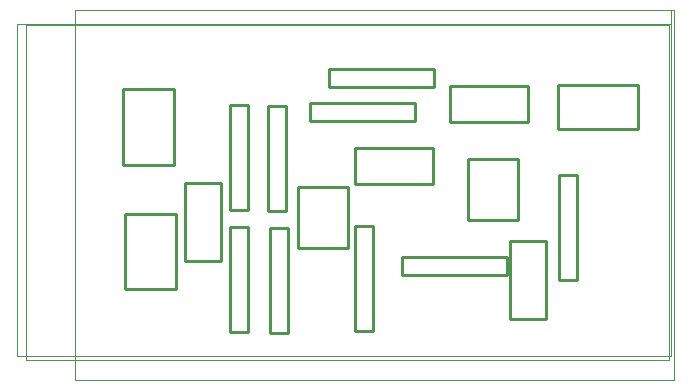
<source format=gbr>
G04 DipTrace 3.0.0.1*
G04 TopAssy.gbr*
%MOIN*%
G04 #@! TF.FileFunction,Drawing,Top*
G04 #@! TF.Part,Single*
%ADD10C,0.009843*%
%ADD14C,0.001312*%
%FSLAX26Y26*%
G04*
G70*
G90*
G75*
G01*
G04 TopAssy*
%LPD*%
X1521969Y1185984D2*
D10*
X1781969D1*
Y1065984D1*
X1521969D1*
Y1185984D1*
X1839685Y1391890D2*
X2099685D1*
Y1271890D1*
X1839685D1*
Y1391890D1*
X2038819Y873701D2*
X2158819D1*
Y613701D1*
X2038819D1*
Y873701D1*
X954567Y1068583D2*
X1074567D1*
Y808583D1*
X954567D1*
Y1068583D1*
X749213Y1380315D2*
X917717D1*
Y1129921D1*
X749213D1*
Y1380315D1*
X1329928Y1054290D2*
X1497245D1*
Y852796D1*
X1329928D1*
Y1054290D1*
X1897251Y1147597D2*
X2064568D1*
Y946103D1*
X1897251D1*
Y1147597D1*
X1231024Y1325787D2*
X1291024D1*
Y975787D1*
X1231024D1*
Y1325787D1*
X1104646Y1330118D2*
X1164646D1*
Y980118D1*
X1104646D1*
Y1330118D1*
X1105039Y920276D2*
X1165039D1*
Y570276D1*
X1105039D1*
Y920276D1*
X1238110Y919882D2*
X1298110D1*
Y569882D1*
X1238110D1*
Y919882D1*
X1371063Y1335118D2*
X1721063D1*
Y1275118D1*
X1371063D1*
Y1335118D1*
X1435630Y1448110D2*
X1785630D1*
Y1388110D1*
X1435630D1*
Y1448110D1*
X1520787Y925000D2*
X1580787D1*
Y575000D1*
X1520787D1*
Y925000D1*
X1678150Y820551D2*
X2028150D1*
Y760551D1*
X1678150D1*
Y820551D1*
X2202677Y1093898D2*
X2262677D1*
Y743898D1*
X2202677D1*
Y1093898D1*
X2196850Y1396063D2*
X2463386D1*
Y1249213D1*
X2196850D1*
Y1396063D1*
X756299Y964961D2*
X924803D1*
Y714567D1*
X756299D1*
Y964961D1*
X426378Y1595276D2*
D14*
X2569291D1*
Y479134D1*
X426378D1*
Y1595276D1*
X393701Y1599213D2*
X2573228D1*
Y491339D1*
X393701D1*
Y1599213D1*
X587402Y1646063D2*
X2573228D1*
Y491339D1*
X587402D1*
Y1646063D1*
X2584252D1*
Y413386D1*
X587402D1*
Y1646063D1*
M02*

</source>
